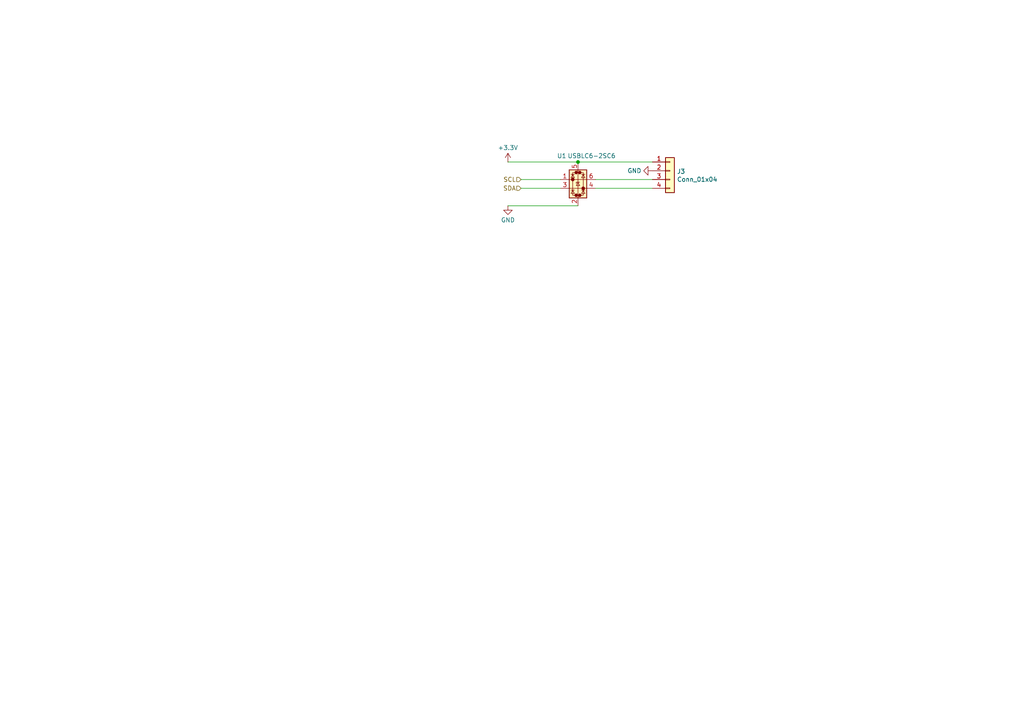
<source format=kicad_sch>
(kicad_sch (version 20231120) (generator "eeschema") (generator_version "8.0")
  (paper "A4")
  (title_block (title "UP1-GW-RS485") (date "2025-09-19") (rev "V00.10") (company "OpenKNX") (comment 1 "by Ing-Dom <dom@ing-dom.de>") (comment 2 "OpenKNX Open Hardware under CC BY-NC-SA 4.0") (comment 4 "https://OpenKNX.de"))
  (lib_symbols
    (symbol "Connector_Generic:Conn_01x04" (pin_names (offset 1.016) hide)
      (property "Reference" "J" (at 0 5.08 0))
      (property "Value" "Conn_01x04" (at 0 -7.62 0))
      (symbol "Conn_01x04_1_1"
        (rectangle (start -1.27 -4.953) (end 0 -5.207) (stroke (width 0.1524)))
        (rectangle (start -1.27 -2.413) (end 0 -2.667) (stroke (width 0.1524)))
        (rectangle (start -1.27 0.127) (end 0 -0.127) (stroke (width 0.1524)))
        (rectangle (start -1.27 2.667) (end 0 2.413) (stroke (width 0.1524)))
        (rectangle (start -1.27 3.81) (end 1.27 -6.35) (stroke (width 0.254)) (fill (type background)))
        (pin passive line (at -5.08 2.54 0) (length 3.81) (name "Pin_1") (number "1"))
        (pin passive line (at -5.08 0 0) (length 3.81) (name "Pin_2") (number "2"))
        (pin passive line (at -5.08 -2.54 0) (length 3.81) (name "Pin_3") (number "3"))
        (pin passive line (at -5.08 -5.08 0) (length 3.81) (name "Pin_4") (number "4"))
      )
    )
    (symbol "Power_Protection:USBLC6-2SC6" (pin_names hide)
      (property "Reference" "U" (at 0.635 5.715 0))
      (property "Value" "USBLC6-2SC6" (at 0.635 3.81 0))
      (symbol "USBLC6-2SC6_0_0"
        (circle (center -1.524 0) (radius 0.0001) (stroke (width 0.508)))
        (circle (center -0.508 -4.572) (radius 0.0001) (stroke (width 0.508)))
        (circle (center -0.508 2.032) (radius 0.0001) (stroke (width 0.508)))
        (circle (center 0.508 -4.572) (radius 0.0001) (stroke (width 0.508)))
        (circle (center 0.508 2.032) (radius 0.0001) (stroke (width 0.508)))
        (circle (center 1.524 -2.54) (radius 0.0001) (stroke (width 0.508)))
      )
      (symbol "USBLC6-2SC6_0_1"
        (polyline (pts (xy -2.54 -2.54) (xy 2.54 -2.54)))
        (polyline (pts (xy -2.54 0) (xy 2.54 0)))
        (polyline (pts (xy -2.032 -3.048) (xy -1.016 -3.048)))
        (polyline (pts (xy -1.016 1.524) (xy -2.032 1.524)))
        (polyline (pts (xy 1.016 -3.048) (xy 2.032 -3.048)))
        (polyline (pts (xy 1.016 1.524) (xy 2.032 1.524)))
        (polyline (pts (xy -0.508 -1.143) (xy -0.508 -0.762) (xy 0.508 -0.762)))
        (polyline (pts (xy -2.032 0.508) (xy -1.016 0.508) (xy -1.524 1.524) (xy -2.032 0.508)))
        (polyline (pts (xy -1.016 -4.064) (xy -2.032 -4.064) (xy -1.524 -3.048) (xy -1.016 -4.064)))
        (polyline (pts (xy 0.508 -1.778) (xy -0.508 -1.778) (xy 0 -0.762) (xy 0.508 -1.778)))
        (polyline (pts (xy 2.032 -4.064) (xy 1.016 -4.064) (xy 1.524 -3.048) (xy 2.032 -4.064)))
        (polyline (pts (xy 2.032 0.508) (xy 1.016 0.508) (xy 1.524 1.524) (xy 2.032 0.508)))
        (polyline (pts (xy 0 2.54) (xy -0.508 2.032) (xy 0.508 2.032) (xy 0 1.524) (xy 0 -4.064) (xy -0.508 -4.572) (xy 0.508 -4.572) (xy 0 -5.08)))
      )
      (symbol "USBLC6-2SC6_1_1"
        (rectangle (start -2.54 2.794) (end 2.54 -5.334) (stroke (width 0.254)) (fill (type background)))
        (polyline (pts (xy -0.508 2.032) (xy -1.524 2.032) (xy -1.524 -4.572) (xy -0.508 -4.572)))
        (polyline (pts (xy 0.508 -4.572) (xy 1.524 -4.572) (xy 1.524 2.032) (xy 0.508 2.032)))
        (pin passive line (at -5.08 0 0) (length 2.54) (name "I/O1") (number "1"))
        (pin passive line (at 0 -7.62 90) (length 2.54) (name "GND") (number "2"))
        (pin passive line (at -5.08 -2.54 0) (length 2.54) (name "I/O2") (number "3"))
        (pin passive line (at 5.08 -2.54 180) (length 2.54) (name "I/O2") (number "4"))
        (pin passive line (at 0 5.08 270) (length 2.54) (name "VBUS") (number "5"))
        (pin passive line (at 5.08 0 180) (length 2.54) (name "I/O1") (number "6"))
      )
    )
    (symbol "power:+3.3V" (power) (pin_numbers hide) (pin_names (offset 0) hide)
      (property "Value" "+3.3V" (at 0 3.556 0))
      (symbol "+3.3V_0_1"
        (polyline (pts (xy -0.762 1.27) (xy 0 2.54)))
        (polyline (pts (xy 0 0) (xy 0 2.54)))
        (polyline (pts (xy 0 2.54) (xy 0.762 1.27)))
      )
      (symbol "+3.3V_1_1"
        (pin power_in line (at 0 0 90) (length 0) (name "~") (number "1"))
      )
    )
    (symbol "power:GND" (power) (pin_numbers hide) (pin_names (offset 0) hide)
      (property "Value" "GND" (at 0 -3.81 0))
      (symbol "GND_0_1"
        (polyline (pts (xy 0 0) (xy 0 -1.27) (xy 1.27 -1.27) (xy 0 -2.54) (xy -1.27 -1.27) (xy 0 -1.27)))
      )
      (symbol "GND_1_1"
        (pin power_in line (at 0 0 270) (length 0) (name "~") (number "1"))
      )
    )
  )
  (junction (at 167.64 46.99))
  (wire (pts (xy 151.13 52.07) (xy 162.56 52.07)))
  (wire (pts (xy 147.32 59.69) (xy 167.64 59.69)))
  (wire (pts (xy 172.72 54.61) (xy 189.23 54.61)))
  (wire (pts (xy 172.72 52.07) (xy 189.23 52.07)))
  (wire (pts (xy 167.64 46.99) (xy 189.23 46.99)))
  (wire (pts (xy 151.13 54.61) (xy 162.56 54.61)))
  (wire (pts (xy 147.32 46.99) (xy 167.64 46.99)))
  (hierarchical_label "SDA" (shape input) (at 151.13 54.61 180))
  (hierarchical_label "SCL" (shape input) (at 151.13 52.07 180))
  (symbol (lib_id "Power_Protection:USBLC6-2SC6") (at 167.64 52.07 0) (unit 1)
    (property "Reference" "U1" (at 161.544 45.212 0) (effects (justify left)))
    (property "Value" "USBLC6-2SC6" (at 164.592 45.212 0) (effects (justify left)))
    (property "Footprint" "Package_TO_SOT_SMD:SOT-23-6" (effects (hide yes)))
    (property "Datasheet" "https://www.st.com/resource/en/datasheet/usblc6-2.pdf" (effects (hide yes)))
    (property "Description" "Very low capacitance ESD protection diode, 2 data-line, SOT-23-6" (effects (hide yes)))
  )
  (symbol (lib_id "power:GND") (at 147.32 59.69 0) (unit 1)
    (property "Reference" "#PWR033" (effects (hide yes)))
    (property "Value" "GND" (at 147.32 63.8231 0))
    (property "Description" "Power symbol creates a global label with name \"GND\" , ground" (effects (hide yes)))
  )
  (symbol (lib_id "power:+3.3V") (at 147.32 46.99 0) (unit 1)
    (property "Reference" "#PWR032" (effects (hide yes)))
    (property "Value" "+3.3V" (at 147.32 42.8569 0))
    (property "Description" "Power symbol creates a global label with name \"+3.3V\"" (effects (hide yes)))
  )
  (symbol (lib_id "power:GND") (at 189.23 49.53 270) (unit 1)
    (property "Reference" "#PWR035" (effects (hide yes)))
    (property "Value" "GND" (at 186.0551 49.53 90) (effects (justify right)))
    (property "Description" "Power symbol creates a global label with name \"GND\" , ground" (effects (hide yes)))
  )
  (symbol (lib_id "Connector_Generic:Conn_01x04") (at 194.31 49.53 0) (unit 1)
    (property "Reference" "J3" (at 196.342 49.7332 0) (effects (justify left)))
    (property "Value" "Conn_01x04" (at 196.342 52.0446 0) (effects (justify left)))
    (property "Footprint" "DomsKiCADLib:Cixi_Kefa_KF128-2.54-4p" (effects (hide yes)))
    (property "Description" "Generic connector, single row, 01x04, script generated (kicad-library-utils/schlib/autogen/connector/)" (effects (hide yes)))
  )
)
</source>
